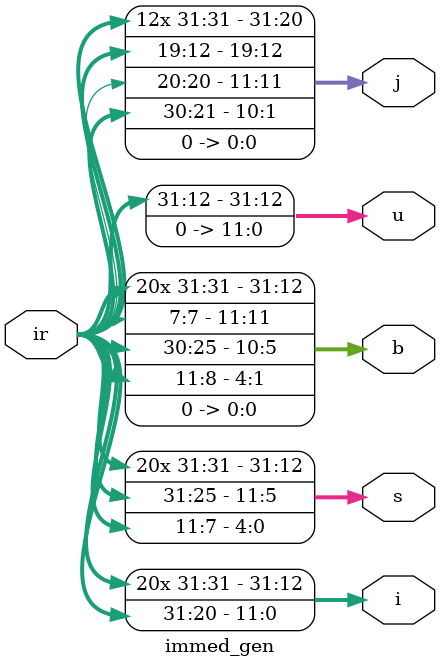
<source format=sv>
`timescale 1ns / 1ps


module immed_gen(
    input [31:0] ir,
    output [31:0] i, s, b, u, j
    );
    
    assign i = {{21{ir[31]}}, ir[30:25], ir[24:20]};
    assign s = {{21{ir[31]}}, ir[30:25], ir[11:7]};
    assign b = {{20{ir[31]}}, ir[7], ir[30:25], ir[11:8], 1'b0};
    assign u = {ir[31:12], 12'b0};
    assign j = {{12{ir[31]}}, ir[19:12], ir[20], ir[30:21], 1'b0};
    
endmodule

</source>
